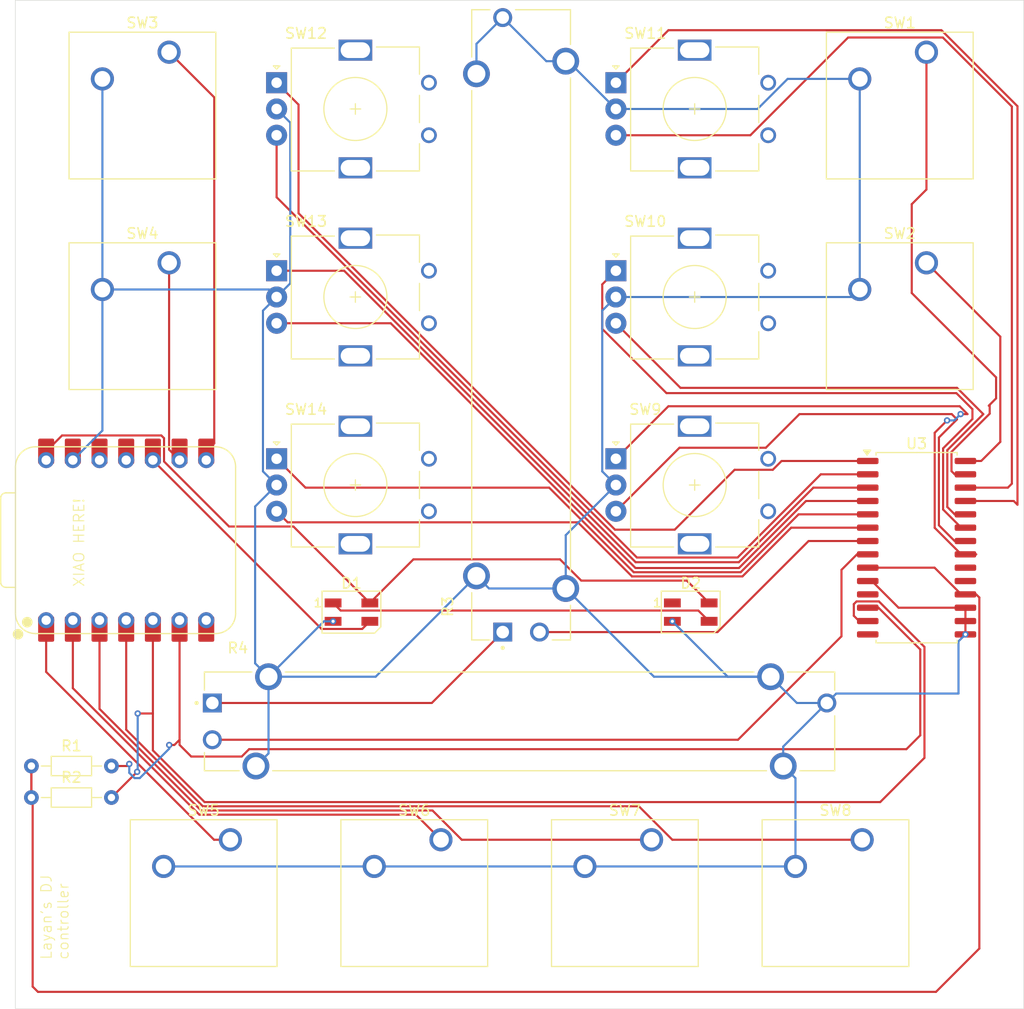
<source format=kicad_pcb>
(kicad_pcb (version 20240108) (generator "pcbnew") (generator_version "8.0")
  (layers (0 "F.Cu" signal) (31 "B.Cu" signal) (34 "B.Paste" user) (35 "F.Paste" user) (36 "B.SilkS" user "B.Silkscreen") (37 "F.SilkS" user "F.Silkscreen") (38 "B.Mask" user) (39 "F.Mask" user) (44 "Edge.Cuts" user))
  (net 0 "")
  (net 1 "Net-(D1-DOUT)")
  (net 2 "R9")
  (net 3 "GND")
  (net 4 "+5V")
  (net 6 "VCC")
  (net 7 "R8")
  (net 8 "R7")
  (net 9 "B0")
  (net 10 "B1")
  (net 11 "B2")
  (net 12 "B3")
  (net 13 "B4")
  (net 14 "B5")
  (net 15 "B6")
  (net 16 "B7")
  (net 17 "A1")
  (net 18 "A0")
  (net 19 "A2")
  (net 20 "A3")
  (net 21 "A4")
  (net 22 "A5")
  (net 23 "A6")
  (net 24 "A7")
  (net 25 "R0")
  (net 26 "R1")
  (net 27 "R2")
  (net 28 "R3")
  (net 32 "+3.3V")
  (net 33 "Net-(U1-GPIO7{slash}SCL)")
  (net 34 "Net-(U1-GPIO6{slash}SDA)")
  (footprint "OPL:SW_Cherry_MX_1.00u_PCB" (layer "F.Cu") (at 241.565 129.52)
    (property "Reference" "SW7" (at -2.54 -2.794 0) (layer "F.SilkS"))
    (property "Value" "SW_Push")
    (pad "" np_thru_hole circle (at -7.62 5.08) (size 1.7 1.7) (drill 1.7) (layers "*.Cu" "*.Mask"))
    (pad "" np_thru_hole circle (at -2.54 5.08) (size 4 4) (drill 4) (layers "*.Cu" "*.Mask"))
    (pad "" np_thru_hole circle (at 2.54 5.08) (size 1.7 1.7) (drill 1.7) (layers "*.Cu" "*.Mask"))
    (pad "1" thru_hole circle (at 0 0) (size 2.2 2.2) (drill 1.5) (layers "*.Cu" "*.Mask") (net 27 "R2"))
    (pad "2" thru_hole circle (at -6.35 2.54) (size 2.2 2.2) (drill 1.5) (layers "*.Cu" "*.Mask") (net 3 "GND"))
  )
  (footprint "OPL:SW_Cherry_MX_1.00u_PCB" (layer "F.Cu") (at 221.515 129.52)
    (property "Reference" "SW6" (at -2.54 -2.794 0) (layer "F.SilkS"))
    (property "Value" "SW_Push")
    (pad "" np_thru_hole circle (at -7.62 5.08) (size 1.7 1.7) (drill 1.7) (layers "*.Cu" "*.Mask"))
    (pad "" np_thru_hole circle (at -2.54 5.08) (size 4 4) (drill 4) (layers "*.Cu" "*.Mask"))
    (pad "" np_thru_hole circle (at 2.54 5.08) (size 1.7 1.7) (drill 1.7) (layers "*.Cu" "*.Mask"))
    (pad "1" thru_hole circle (at 0 0) (size 2.2 2.2) (drill 1.5) (layers "*.Cu" "*.Mask") (net 26 "R1"))
    (pad "2" thru_hole circle (at -6.35 2.54) (size 2.2 2.2) (drill 1.5) (layers "*.Cu" "*.Mask") (net 3 "GND"))
  )
  (footprint "Resistor_THT:R_Axial_DIN0204_L3.6mm_D1.6mm_P7.62mm_Horizontal" (layer "F.Cu") (at 182.525 125.5)
    (property "Reference" "R2" (at 3.81 -1.92 0) (layer "F.SilkS"))
    (property "Value" "R")
    (pad "1" thru_hole circle (at 0 0) (size 1.4 1.4) (drill 0.7) (layers "*.Cu" "*.Mask") (net 32 "+3.3V"))
    (pad "2" thru_hole oval (at 7.62 0) (size 1.4 1.4) (drill 0.7) (layers "*.Cu" "*.Mask") (net 34 "Net-(U1-GPIO6{slash}SDA)"))
  )
  (footprint "OPL:RotaryEncoder_Alps_EC11E_Vertical_H20mm" (layer "F.Cu") (at 205.87 93.25)
    (property "Reference" "SW14" (at 2.8 -4.7 0) (layer "F.SilkS"))
    (property "Value" "RotaryEncoder")
    (pad "" thru_hole circle (at 14.5 0) (size 1.5 1.5) (drill 1) (layers "*.Cu" "*.Mask"))
    (pad "" thru_hole circle (at 14.5 5) (size 1.5 1.5) (drill 1) (layers "*.Cu" "*.Mask"))
    (pad "A" thru_hole rect (at 0 0) (size 2 2) (drill 1) (layers "*.Cu" "*.Mask") (net 13 "B4"))
    (pad "B" thru_hole circle (at 0 5) (size 2 2) (drill 1) (layers "*.Cu" "*.Mask") (net 14 "B5"))
    (pad "C" thru_hole circle (at 0 2.5) (size 2 2) (drill 1) (layers "*.Cu" "*.Mask") (net 3 "GND"))
    (pad "MP" thru_hole rect (at 7.5 -3.1) (size 3.2 2) (drill oval 2.8 1.5) (layers "*.Cu" "*.Mask"))
    (pad "MP" thru_hole rect (at 7.5 8.1) (size 3.2 2) (drill oval 2.8 1.5) (layers "*.Cu" "*.Mask"))
  )
  (footprint "Resistor_THT:R_Axial_DIN0204_L3.6mm_D1.6mm_P7.62mm_Horizontal" (layer "F.Cu") (at 182.525 122.5)
    (property "Reference" "R1" (at 3.81 -1.92 0) (layer "F.SilkS"))
    (property "Value" "R")
    (pad "1" thru_hole circle (at 0 0) (size 1.4 1.4) (drill 0.7) (layers "*.Cu" "*.Mask") (net 32 "+3.3V"))
    (pad "2" thru_hole oval (at 7.62 0) (size 1.4 1.4) (drill 0.7) (layers "*.Cu" "*.Mask") (net 33 "Net-(U1-GPIO7{slash}SCL)"))
  )
  (footprint "OPL:TRIM_PTA4543-2015DPA103" (layer "F.Cu") (at 229.145 80.5 90)
    (property "Reference" "R3" (at -26.825 -6.985 90) (layer "F.SilkS"))
    (property "Value" "PTA4543-2015DPA103")
    (pad "1" thru_hole rect (at -29.25 -1.75 90) (size 1.8 1.8) (drill 1.2) (layers "*.Cu" "*.Mask") (net 6 "VCC"))
    (pad "2" thru_hole circle (at -29.25 1.75 90) (size 1.8 1.8) (drill 1.2) (layers "*.Cu" "*.Mask") (net 15 "B6"))
    (pad "3" thru_hole circle (at 29.25 -1.75 90) (size 1.8 1.8) (drill 1.2) (layers "*.Cu" "*.Mask") (net 3 "GND"))
    (pad "SH1" thru_hole circle (at -23.9 -4.25 90) (size 2.55 2.55) (drill 1.7) (layers "*.Cu" "*.Mask") (net 3 "GND"))
    (pad "SH2" thru_hole circle (at -25.1 4.25 90) (size 2.55 2.55) (drill 1.7) (layers "*.Cu" "*.Mask") (net 3 "GND"))
    (pad "SH3" thru_hole circle (at 23.9 -4.25 90) (size 2.55 2.55) (drill 1.7) (layers "*.Cu" "*.Mask") (net 3 "GND"))
    (pad "SH4" thru_hole circle (at 25.1 4.25 90) (size 2.55 2.55) (drill 1.7) (layers "*.Cu" "*.Mask") (net 3 "GND"))
  )
  (footprint "OPL:SW_Cherry_MX_1.00u_PCB" (layer "F.Cu") (at 261.615 129.52)
    (property "Reference" "SW8" (at -2.54 -2.794 0) (layer "F.SilkS"))
    (property "Value" "SW_Push")
    (pad "" np_thru_hole circle (at -7.62 5.08) (size 1.7 1.7) (drill 1.7) (layers "*.Cu" "*.Mask"))
    (pad "" np_thru_hole circle (at -2.54 5.08) (size 4 4) (drill 4) (layers "*.Cu" "*.Mask"))
    (pad "" np_thru_hole circle (at 2.54 5.08) (size 1.7 1.7) (drill 1.7) (layers "*.Cu" "*.Mask"))
    (pad "1" thru_hole circle (at 0 0) (size 2.2 2.2) (drill 1.5) (layers "*.Cu" "*.Mask") (net 28 "R3"))
    (pad "2" thru_hole circle (at -6.35 2.54) (size 2.2 2.2) (drill 1.5) (layers "*.Cu" "*.Mask") (net 3 "GND"))
  )
  (footprint "OPL:RotaryEncoder_Alps_EC11E_Vertical_H20mm" (layer "F.Cu") (at 238.17 93.25)
    (property "Reference" "SW9" (at 2.8 -4.7 0) (layer "F.SilkS"))
    (property "Value" "RotaryEncoder")
    (pad "" thru_hole circle (at 14.5 0) (size 1.5 1.5) (drill 1) (layers "*.Cu" "*.Mask"))
    (pad "" thru_hole circle (at 14.5 5) (size 1.5 1.5) (drill 1) (layers "*.Cu" "*.Mask"))
    (pad "A" thru_hole rect (at 0 0) (size 2 2) (drill 1) (layers "*.Cu" "*.Mask") (net 18 "A0"))
    (pad "B" thru_hole circle (at 0 5) (size 2 2) (drill 1) (layers "*.Cu" "*.Mask") (net 17 "A1"))
    (pad "C" thru_hole circle (at 0 2.5) (size 2 2) (drill 1) (layers "*.Cu" "*.Mask") (net 3 "GND"))
    (pad "MP" thru_hole rect (at 7.5 -3.1) (size 3.2 2) (drill oval 2.8 1.5) (layers "*.Cu" "*.Mask"))
    (pad "MP" thru_hole rect (at 7.5 8.1) (size 3.2 2) (drill oval 2.8 1.5) (layers "*.Cu" "*.Mask"))
  )
  (footprint "OPL:TRIM_PTA4543-2015DPA103" (layer "F.Cu") (at 229 118.25)
    (property "Reference" "R4" (at -26.825 -6.985 0) (layer "F.SilkS"))
    (property "Value" "PTA4543-2015DPA103")
    (pad "1" thru_hole rect (at -29.25 -1.75) (size 1.8 1.8) (drill 1.2) (layers "*.Cu" "*.Mask") (net 6 "VCC"))
    (pad "2" thru_hole circle (at -29.25 1.75) (size 1.8 1.8) (drill 1.2) (layers "*.Cu" "*.Mask") (net 16 "B7"))
    (pad "3" thru_hole circle (at 29.25 -1.75) (size 1.8 1.8) (drill 1.2) (layers "*.Cu" "*.Mask") (net 3 "GND"))
    (pad "SH1" thru_hole circle (at -23.9 -4.25) (size 2.55 2.55) (drill 1.7) (layers "*.Cu" "*.Mask") (net 3 "GND"))
    (pad "SH2" thru_hole circle (at -25.1 4.25) (size 2.55 2.55) (drill 1.7) (layers "*.Cu" "*.Mask") (net 3 "GND"))
    (pad "SH3" thru_hole circle (at 23.9 -4.25) (size 2.55 2.55) (drill 1.7) (layers "*.Cu" "*.Mask") (net 3 "GND"))
    (pad "SH4" thru_hole circle (at 25.1 4.25) (size 2.55 2.55) (drill 1.7) (layers "*.Cu" "*.Mask") (net 3 "GND"))
  )
  (footprint "OPL:SW_Cherry_MX_1.00u_PCB" (layer "F.Cu") (at 195.635 74.595)
    (property "Reference" "SW4" (at -2.54 -2.794 0) (layer "F.SilkS"))
    (property "Value" "SW_Push")
    (pad "" np_thru_hole circle (at -7.62 5.08) (size 1.7 1.7) (drill 1.7) (layers "*.Cu" "*.Mask"))
    (pad "" np_thru_hole circle (at -2.54 5.08) (size 4 4) (drill 4) (layers "*.Cu" "*.Mask"))
    (pad "" np_thru_hole circle (at 2.54 5.08) (size 1.7 1.7) (drill 1.7) (layers "*.Cu" "*.Mask"))
    (pad "1" thru_hole circle (at 0 0) (size 2.2 2.2) (drill 1.5) (layers "*.Cu" "*.Mask") (net 7 "R8"))
    (pad "2" thru_hole circle (at -6.35 2.54) (size 2.2 2.2) (drill 1.5) (layers "*.Cu" "*.Mask") (net 3 "GND"))
  )
  (footprint "OPL:LED_SK6812MINI_PLCC4_3.5x3.5mm_P1.75mm" (layer "F.Cu") (at 212.995 107.85)
    (property "Reference" "D1" (at 0 -2.75 0) (layer "F.SilkS"))
    (property "Value" "SK6812MINI")
    (fp_text user "1" (at -3.2 -0.875 0) (layer "F.SilkS") (effects (font (size 0.8 0.8))))
    (pad "1" smd rect (at -1.75 -0.875) (size 1.6 0.85) (layers "F.Cu" "F.Paste" "F.Mask") (net 1 "Net-(D1-DOUT)"))
    (pad "2" smd rect (at -1.75 0.875) (size 1.6 0.85) (layers "F.Cu" "F.Paste" "F.Mask") (net 3 "GND"))
    (pad "3" smd rect (at 1.75 0.875) (size 1.6 0.85) (layers "F.Cu" "F.Paste" "F.Mask") (net 2 "R9"))
    (pad "4" smd rect (at 1.75 -0.875) (size 1.6 0.85) (layers "F.Cu" "F.Paste" "F.Mask") (net 4 "+5V"))
  )
  (footprint "Package_SO:SOIC-28W_7.5x17.9mm_P1.27mm" (layer "F.Cu") (at 266.795 101.715)
    (property "Reference" "U3" (at 0 -9.9 0) (layer "F.SilkS"))
    (property "Value" "MCP23017_SO")
    (pad "1" smd roundrect (at -4.65 -8.255) (size 2.05 0.6) (layers "F.Cu" "F.Paste" "F.Mask") (net 9 "B0"))
    (pad "2" smd roundrect (at -4.65 -6.985) (size 2.05 0.6) (layers "F.Cu" "F.Paste" "F.Mask") (net 10 "B1"))
    (pad "3" smd roundrect (at -4.65 -5.715) (size 2.05 0.6) (layers "F.Cu" "F.Paste" "F.Mask") (net 11 "B2"))
    (pad "4" smd roundrect (at -4.65 -4.445) (size 2.05 0.6) (layers "F.Cu" "F.Paste" "F.Mask") (net 12 "B3"))
    (pad "5" smd roundrect (at -4.65 -3.175) (size 2.05 0.6) (layers "F.Cu" "F.Paste" "F.Mask") (net 13 "B4"))
    (pad "6" smd roundrect (at -4.65 -1.905) (size 2.05 0.6) (layers "F.Cu" "F.Paste" "F.Mask") (net 14 "B5"))
    (pad "7" smd roundrect (at -4.65 -0.635) (size 2.05 0.6) (layers "F.Cu" "F.Paste" "F.Mask") (net 15 "B6"))
    (pad "8" smd roundrect (at -4.65 0.635) (size 2.05 0.6) (layers "F.Cu" "F.Paste" "F.Mask") (net 16 "B7"))
    (pad "9" smd roundrect (at -4.65 1.905) (size 2.05 0.6) (layers "F.Cu" "F.Paste" "F.Mask") (net 32 "+3.3V"))
    (pad "10" smd roundrect (at -4.65 3.175) (size 2.05 0.6) (layers "F.Cu" "F.Paste" "F.Mask") (net 3 "GND"))
    (pad "11" smd roundrect (at -4.65 4.445) (size 2.05 0.6) (layers "F.Cu" "F.Paste" "F.Mask"))
    (pad "12" smd roundrect (at -4.65 5.715) (size 2.05 0.6) (layers "F.Cu" "F.Paste" "F.Mask") (net 33 "Net-(U1-GPIO7{slash}SCL)"))
    (pad "13" smd roundrect (at -4.65 6.985) (size 2.05 0.6) (layers "F.Cu" "F.Paste" "F.Mask") (net 34 "Net-(U1-GPIO6{slash}SDA)"))
    (pad "14" smd roundrect (at -4.65 8.255) (size 2.05 0.6) (layers "F.Cu" "F.Paste" "F.Mask"))
    (pad "15" smd roundrect (at 4.65 8.255) (size 2.05 0.6) (layers "F.Cu" "F.Paste" "F.Mask") (net 3 "GND"))
    (pad "16" smd roundrect (at 4.65 6.985) (size 2.05 0.6) (layers "F.Cu" "F.Paste" "F.Mask") (net 3 "GND"))
    (pad "17" smd roundrect (at 4.65 5.715) (size 2.05 0.6) (layers "F.Cu" "F.Paste" "F.Mask") (net 3 "GND"))
    (pad "18" smd roundrect (at 4.65 4.445) (size 2.05 0.6) (layers "F.Cu" "F.Paste" "F.Mask") (net 32 "+3.3V"))
    (pad "19" smd roundrect (at 4.65 3.175) (size 2.05 0.6) (layers "F.Cu" "F.Paste" "F.Mask"))
    (pad "20" smd roundrect (at 4.65 1.905) (size 2.05 0.6) (layers "F.Cu" "F.Paste" "F.Mask"))
    (pad "21" smd roundrect (at 4.65 0.635) (size 2.05 0.6) (layers "F.Cu" "F.Paste" "F.Mask") (net 18 "A0"))
    (pad "22" smd roundrect (at 4.65 -0.635) (size 2.05 0.6) (layers "F.Cu" "F.Paste" "F.Mask") (net 17 "A1"))
    (pad "23" smd roundrect (at 4.65 -1.905) (size 2.05 0.6) (layers "F.Cu" "F.Paste" "F.Mask") (net 19 "A2"))
    (pad "24" smd roundrect (at 4.65 -3.175) (size 2.05 0.6) (layers "F.Cu" "F.Paste" "F.Mask") (net 20 "A3"))
    (pad "25" smd roundrect (at 4.65 -4.445) (size 2.05 0.6) (layers "F.Cu" "F.Paste" "F.Mask") (net 21 "A4"))
    (pad "26" smd roundrect (at 4.65 -5.715) (size 2.05 0.6) (layers "F.Cu" "F.Paste" "F.Mask") (net 22 "A5"))
    (pad "27" smd roundrect (at 4.65 -6.985) (size 2.05 0.6) (layers "F.Cu" "F.Paste" "F.Mask") (net 23 "A6"))
    (pad "28" smd roundrect (at 4.65 -8.255) (size 2.05 0.6) (layers "F.Cu" "F.Paste" "F.Mask") (net 24 "A7"))
  )
  (footprint "OPL:SW_Cherry_MX_1.00u_PCB" (layer "F.Cu") (at 267.735 54.545)
    (property "Reference" "SW1" (at -2.54 -2.794 0) (layer "F.SilkS"))
    (property "Value" "SW_Push")
    (pad "" np_thru_hole circle (at -7.62 5.08) (size 1.7 1.7) (drill 1.7) (layers "*.Cu" "*.Mask"))
    (pad "" np_thru_hole circle (at -2.54 5.08) (size 4 4) (drill 4) (layers "*.Cu" "*.Mask"))
    (pad "" np_thru_hole circle (at 2.54 5.08) (size 1.7 1.7) (drill 1.7) (layers "*.Cu" "*.Mask"))
    (pad "1" thru_hole circle (at 0 0) (size 2.2 2.2) (drill 1.5) (layers "*.Cu" "*.Mask") (net 23 "A6"))
    (pad "2" thru_hole circle (at -6.35 2.54) (size 2.2 2.2) (drill 1.5) (layers "*.Cu" "*.Mask") (net 3 "GND"))
  )
  (footprint "OPL:SW_Cherry_MX_1.00u_PCB" (layer "F.Cu") (at 201.465 129.52)
    (property "Reference" "SW5" (at -2.54 -2.794 0) (layer "F.SilkS"))
    (property "Value" "SW_Push")
    (pad "" np_thru_hole circle (at -7.62 5.08) (size 1.7 1.7) (drill 1.7) (layers "*.Cu" "*.Mask"))
    (pad "" np_thru_hole circle (at -2.54 5.08) (size 4 4) (drill 4) (layers "*.Cu" "*.Mask"))
    (pad "" np_thru_hole circle (at 2.54 5.08) (size 1.7 1.7) (drill 1.7) (layers "*.Cu" "*.Mask"))
    (pad "1" thru_hole circle (at 0 0) (size 2.2 2.2) (drill 1.5) (layers "*.Cu" "*.Mask") (net 25 "R0"))
    (pad "2" thru_hole circle (at -6.35 2.54) (size 2.2 2.2) (drill 1.5) (layers "*.Cu" "*.Mask") (net 3 "GND"))
  )
  (footprint "OPL:SW_Cherry_MX_1.00u_PCB" (layer "F.Cu") (at 267.735 74.595)
    (property "Reference" "SW2" (at -2.54 -2.794 0) (layer "F.SilkS"))
    (property "Value" "SW_Push")
    (pad "" np_thru_hole circle (at -7.62 5.08) (size 1.7 1.7) (drill 1.7) (layers "*.Cu" "*.Mask"))
    (pad "" np_thru_hole circle (at -2.54 5.08) (size 4 4) (drill 4) (layers "*.Cu" "*.Mask"))
    (pad "" np_thru_hole circle (at 2.54 5.08) (size 1.7 1.7) (drill 1.7) (layers "*.Cu" "*.Mask"))
    (pad "1" thru_hole circle (at 0 0) (size 2.2 2.2) (drill 1.5) (layers "*.Cu" "*.Mask") (net 24 "A7"))
    (pad "2" thru_hole circle (at -6.35 2.54) (size 2.2 2.2) (drill 1.5) (layers "*.Cu" "*.Mask") (net 3 "GND"))
  )
  (footprint "OPL:RotaryEncoder_Alps_EC11E_Vertical_H20mm" (layer "F.Cu") (at 238.17 57.45)
    (property "Reference" "SW11" (at 2.8 -4.7 0) (layer "F.SilkS"))
    (property "Value" "RotaryEncoder")
    (pad "" thru_hole circle (at 14.5 0) (size 1.5 1.5) (drill 1) (layers "*.Cu" "*.Mask"))
    (pad "" thru_hole circle (at 14.5 5) (size 1.5 1.5) (drill 1) (layers "*.Cu" "*.Mask"))
    (pad "A" thru_hole rect (at 0 0) (size 2 2) (drill 1) (layers "*.Cu" "*.Mask") (net 21 "A4"))
    (pad "B" thru_hole circle (at 0 5) (size 2 2) (drill 1) (layers "*.Cu" "*.Mask") (net 22 "A5"))
    (pad "C" thru_hole circle (at 0 2.5) (size 2 2) (drill 1) (layers "*.Cu" "*.Mask") (net 3 "GND"))
    (pad "MP" thru_hole rect (at 7.5 -3.1) (size 3.2 2) (drill oval 2.8 1.5) (layers "*.Cu" "*.Mask"))
    (pad "MP" thru_hole rect (at 7.5 8.1) (size 3.2 2) (drill oval 2.8 1.5) (layers "*.Cu" "*.Mask"))
  )
  (footprint "OPL:RotaryEncoder_Alps_EC11E_Vertical_H20mm" (layer "F.Cu") (at 205.87 57.45)
    (property "Reference" "SW12" (at 2.8 -4.7 0) (layer "F.SilkS"))
    (property "Value" "RotaryEncoder")
    (pad "" thru_hole circle (at 14.5 0) (size 1.5 1.5) (drill 1) (layers "*.Cu" "*.Mask"))
    (pad "" thru_hole circle (at 14.5 5) (size 1.5 1.5) (drill 1) (layers "*.Cu" "*.Mask"))
    (pad "A" thru_hole rect (at 0 0) (size 2 2) (drill 1) (layers "*.Cu" "*.Mask") (net 9 "B0"))
    (pad "B" thru_hole circle (at 0 5) (size 2 2) (drill 1) (layers "*.Cu" "*.Mask") (net 10 "B1"))
    (pad "C" thru_hole circle (at 0 2.5) (size 2 2) (drill 1) (layers "*.Cu" "*.Mask") (net 3 "GND"))
    (pad "MP" thru_hole rect (at 7.5 -3.1) (size 3.2 2) (drill oval 2.8 1.5) (layers "*.Cu" "*.Mask"))
    (pad "MP" thru_hole rect (at 7.5 8.1) (size 3.2 2) (drill oval 2.8 1.5) (layers "*.Cu" "*.Mask"))
  )
  (footprint "OPL:XIAO-RP2040-DIP" (layer "F.Cu") (at 191.5505 101 90)
    (property "Reference" "U1" (hide yes))
    (property "Value" "XIAO-RP2040-DIP")
    (pad "1" smd roundrect (at -8.455 -7.62 270) (size 2.432 1.524) (layers "F.Cu" "F.Mask") (roundrect_rratio 0.1) (net 25 "R0"))
    (pad "1" thru_hole circle (at -7.62 -7.62 270) (size 1.524 1.524) (drill 0.889) (layers "*.Cu" "*.Mask") (net 25 "R0"))
    (pad "2" smd roundrect (at -8.455 -5.08 270) (size 2.432 1.524) (layers "F.Cu" "F.Mask") (roundrect_rratio 0.1) (net 26 "R1"))
    (pad "2" thru_hole circle (at -7.62 -5.08 270) (size 1.524 1.524) (drill 0.889) (layers "*.Cu" "*.Mask") (net 26 "R1"))
    (pad "3" smd roundrect (at -8.455 -2.54 270) (size 2.432 1.524) (layers "F.Cu" "F.Mask") (roundrect_rratio 0.1) (net 27 "R2"))
    (pad "3" thru_hole circle (at -7.62 -2.54 270) (size 1.524 1.524) (drill 0.889) (layers "*.Cu" "*.Mask") (net 27 "R2"))
    (pad "4" smd roundrect (at -8.455 0 270) (size 2.432 1.524) (layers "F.Cu" "F.Mask") (roundrect_rratio 0.1) (net 28 "R3"))
    (pad "4" thru_hole circle (at -7.62 0 270) (size 1.524 1.524) (drill 0.889) (layers "*.Cu" "*.Mask") (net 28 "R3"))
    (pad "5" smd roundrect (at -8.455 2.54 270) (size 2.432 1.524) (layers "F.Cu" "F.Mask") (roundrect_rratio 0.1) (net 34 "Net-(U1-GPIO6{slash}SDA)"))
    (pad "5" thru_hole circle (at -7.62 2.54 270) (size 1.524 1.524) (drill 0.889) (layers "*.Cu" "*.Mask") (net 34 "Net-(U1-GPIO6{slash}SDA)"))
    (pad "6" smd roundrect (at -8.455 5.08 270) (size 2.432 1.524) (layers "F.Cu" "F.Mask") (roundrect_rratio 0.1) (net 33 "Net-(U1-GPIO7{slash}SCL)"))
    (pad "6" thru_hole circle (at -7.62 5.08 270) (size 1.524 1.524) (drill 0.889) (layers "*.Cu" "*.Mask") (net 33 "Net-(U1-GPIO7{slash}SCL)"))
    (pad "7" smd roundrect (at -8.455 7.62 270) (size 2.432 1.524) (layers "F.Cu" "F.Mask") (roundrect_rratio 0.1))
    (pad "7" thru_hole circle (at -7.62 7.62 270) (size 1.524 1.524) (drill 0.889) (layers "*.Cu" "*.Mask"))
    (pad "8" thru_hole circle (at 7.62 7.62 90) (size 1.524 1.524) (drill 0.889) (layers "*.Cu" "*.Mask") (net 8 "R7"))
    (pad "8" smd roundrect (at 8.455 7.62 90) (size 2.432 1.524) (layers "F.Cu" "F.Mask") (roundrect_rratio 0.1) (net 8 "R7"))
    (pad "9" thru_hole circle (at 7.62 5.08 90) (size 1.524 1.524) (drill 0.889) (layers "*.Cu" "*.Mask") (net 7 "R8"))
    (pad "9" smd roundrect (at 8.455 5.08 90) (size 2.432 1.524) (layers "F.Cu" "F.Mask") (roundrect_rratio 0.1) (net 7 "R8"))
    (pad "10" thru_hole circle (at 7.62 2.54 90) (size 1.524 1.524) (drill 0.889) (layers "*.Cu" "*.Mask") (net 2 "R9"))
    (pad "10" smd roundrect (at 8.455 2.54 90) (size 2.432 1.524) (layers "F.Cu" "F.Mask") (roundrect_rratio 0.1) (net 2 "R9"))
    (pad "11" thru_hole circle (at 7.62 0 90) (size 1.524 1.524) (drill 0.889) (layers "*.Cu" "*.Mask"))
    (pad "11" smd roundrect (at 8.455 0 90) (size 2.432 1.524) (layers "F.Cu" "F.Mask") (roundrect_rratio 0.1))
    (pad "12" thru_hole circle (at 7.62 -2.54 90) (size 1.524 1.524) (drill 0.889) (layers "*.Cu" "*.Mask"))
    (pad "12" smd roundrect (at 8.455 -2.54 90) (size 2.432 1.524) (layers "F.Cu" "F.Mask") (roundrect_rratio 0.1))
    (pad "13" thru_hole circle (at 7.62 -5.08 90) (size 1.524 1.524) (drill 0.889) (layers "*.Cu" "*.Mask") (net 3 "GND"))
    (pad "13" smd roundrect (at 8.455 -5.08 90) (size 2.432 1.524) (layers "F.Cu" "F.Mask") (roundrect_rratio 0.1) (net 3 "GND"))
    (pad "14" thru_hole circle (at 7.62 -7.62 90) (size 1.524 1.524) (drill 0.889) (layers "*.Cu" "*.Mask") (net 4 "+5V"))
    (pad "14" smd roundrect (at 8.455 -7.62 90) (size 2.432 1.524) (layers "F.Cu" "F.Mask") (roundrect_rratio 0.1) (net 4 "+5V"))
  )
  (footprint "OPL:RotaryEncoder_Alps_EC11E_Vertical_H20mm" (layer "F.Cu") (at 205.87 75.35)
    (property "Reference" "SW13" (at 2.8 -4.7 0) (layer "F.SilkS"))
    (property "Value" "RotaryEncoder")
    (pad "" thru_hole circle (at 14.5 0) (size 1.5 1.5) (drill 1) (layers "*.Cu" "*.Mask"))
    (pad "" thru_hole circle (at 14.5 5) (size 1.5 1.5) (drill 1) (layers "*.Cu" "*.Mask"))
    (pad "A" thru_hole rect (at 0 0) (size 2 2) (drill 1) (layers "*.Cu" "*.Mask") (net 11 "B2"))
    (pad "B" thru_hole circle (at 0 5) (size 2 2) (drill 1) (layers "*.Cu" "*.Mask") (net 12 "B3"))
    (pad "C" thru_hole circle (at 0 2.5) (size 2 2) (drill 1) (layers "*.Cu" "*.Mask") (net 3 "GND"))
    (pad "MP" thru_hole rect (at 7.5 -3.1) (size 3.2 2) (drill oval 2.8 1.5) (layers "*.Cu" "*.Mask"))
    (pad "MP" thru_hole rect (at 7.5 8.1) (size 3.2 2) (drill oval 2.8 1.5) (layers "*.Cu" "*.Mask"))
  )
  (footprint "OPL:SW_Cherry_MX_1.00u_PCB" (layer "F.Cu") (at 195.635 54.545)
    (property "Reference" "SW3" (at -2.54 -2.794 0) (layer "F.SilkS"))
    (property "Value" "SW_Push")
    (pad "" np_thru_hole circle (at -7.62 5.08) (size 1.7 1.7) (drill 1.7) (layers "*.Cu" "*.Mask"))
    (pad "" np_thru_hole circle (at -2.54 5.08) (size 4 4) (drill 4) (layers "*.Cu" "*.Mask"))
    (pad "" np_thru_hole circle (at 2.54 5.08) (size 1.7 1.7) (drill 1.7) (layers "*.Cu" "*.Mask"))
    (pad "1" thru_hole circle (at 0 0) (size 2.2 2.2) (drill 1.5) (layers "*.Cu" "*.Mask") (net 8 "R7"))
    (pad "2" thru_hole circle (at -6.35 2.54) (size 2.2 2.2) (drill 1.5) (layers "*.Cu" "*.Mask") (net 3 "GND"))
  )
  (footprint "OPL:RotaryEncoder_Alps_EC11E_Vertical_H20mm" (layer "F.Cu") (at 238.17 75.35)
    (property "Reference" "SW10" (at 2.8 -4.7 0) (layer "F.SilkS"))
    (property "Value" "RotaryEncoder")
    (pad "" thru_hole circle (at 14.5 0) (size 1.5 1.5) (drill 1) (layers "*.Cu" "*.Mask"))
    (pad "" thru_hole circle (at 14.5 5) (size 1.5 1.5) (drill 1) (layers "*.Cu" "*.Mask"))
    (pad "A" thru_hole rect (at 0 0) (size 2 2) (drill 1) (layers "*.Cu" "*.Mask") (net 19 "A2"))
    (pad "B" thru_hole circle (at 0 5) (size 2 2) (drill 1) (layers "*.Cu" "*.Mask") (net 20 "A3"))
    (pad "C" thru_hole circle (at 0 2.5) (size 2 2) (drill 1) (layers "*.Cu" "*.Mask") (net 3 "GND"))
    (pad "MP" thru_hole rect (at 7.5 -3.1) (size 3.2 2) (drill oval 2.8 1.5) (layers "*.Cu" "*.Mask"))
    (pad "MP" thru_hole rect (at 7.5 8.1) (size 3.2 2) (drill oval 2.8 1.5) (layers "*.Cu" "*.Mask"))
  )
  (footprint "OPL:LED_SK6812MINI_PLCC4_3.5x3.5mm_P1.75mm" (layer "F.Cu") (at 245.295 107.85)
    (property "Reference" "D2" (at 0 -2.75 0) (layer "F.SilkS"))
    (property "Value" "SK6812MINI")
    (fp_text user "1" (at -3.2 -0.875 0) (layer "F.SilkS") (effects (font (size 0.8 0.8))))
    (pad "1" smd rect (at -1.75 -0.875) (size 1.6 0.85) (layers "F.Cu" "F.Paste" "F.Mask"))
    (pad "2" smd rect (at -1.75 0.875) (size 1.6 0.85) (layers "F.Cu" "F.Paste" "F.Mask") (net 3 "GND"))
    (pad "3" smd rect (at 1.75 0.875) (size 1.6 0.85) (layers "F.Cu" "F.Paste" "F.Mask") (net 1 "Net-(D1-DOUT)"))
    (pad "4" smd rect (at 1.75 -0.875) (size 1.6 0.85) (layers "F.Cu" "F.Paste" "F.Mask") (net 4 "+5V"))
  )
  (gr_rect (start 181 49.6) (end 277 145.6) (stroke (width 0.05)) (fill none) (layer "Edge.Cuts"))
  (gr_text "XIAO HERE!" (at 187.645 105.5 90) (layer "F.SilkS") (effects (font (size 1 1) (thickness 0.1)) (justify left bottom)))
  (gr_text "Layan's DJ\ncontroller" (at 186.145 141 90) (layer "F.SilkS") (effects (font (size 1 1) (thickness 0.1)) (justify left bottom)))
  (segment (start 211.97 107.7) (end 211.245 106.975) (width 0.2) (layer "F.Cu") (net 1))
  (segment (start 247.045 108.725) (end 246.02 107.7) (width 0.2) (layer "F.Cu") (net 1))
  (segment (start 246.02 107.7) (end 211.97 107.7) (width 0.2) (layer "F.Cu") (net 1))
  (segment (start 214.02 109.45) (end 210.145 109.45) (width 0.2) (layer "F.Cu") (net 2))
  (segment (start 194.0905 93.3955) (end 194.0905 93.38) (width 0.2) (layer "F.Cu") (net 2))
  (segment (start 210.145 109.45) (end 194.0905 93.3955) (width 0.2) (layer "F.Cu") (net 2))
  (segment (start 214.745 108.725) (end 214.02 109.45) (width 0.2) (layer "F.Cu") (net 2))
  (segment (start 265.080552 107.43) (end 262.540552 104.89) (width 0.2) (layer "F.Cu") (net 3))
  (segment (start 271.445 108.7) (end 271.445 107.43) (width 0.2) (layer "F.Cu") (net 3))
  (segment (start 271.445 107.43) (end 265.080552 107.43) (width 0.2) (layer "F.Cu") (net 3))
  (segment (start 271.445 109.97) (end 271.445 108.7) (width 0.2) (layer "F.Cu") (net 3))
  (segment (start 262.540552 104.89) (end 262.145 104.89) (width 0.2) (layer "F.Cu") (net 3))
  (via (at 211.245 108.725) (size 0.6) (drill 0.3) (layers "F.Cu" "B.Cu") (net 3))
  (via (at 271.445 109.97) (size 0.6) (drill 0.3) (layers "F.Cu" "B.Cu") (net 3))
  (via (at 243.545 108.725) (size 0.6) (drill 0.3) (layers "F.Cu" "B.Cu") (net 3))
  (segment (start 261.385 57.085) (end 254.519925 57.085) (width 0.2) (layer "B.Cu") (net 3))
  (segment (start 215.165 132.06) (end 235.215 132.06) (width 0.2) (layer "B.Cu") (net 3))
  (segment (start 259.15 115.6) (end 270.785 115.6) (width 0.2) (layer "B.Cu") (net 3))
  (segment (start 195.115 132.06) (end 215.165 132.06) (width 0.2) (layer "B.Cu") (net 3))
  (segment (start 224.895 104.4) (end 215.295 114) (width 0.2) (layer "B.Cu") (net 3))
  (segment (start 270.785 115.6) (end 270.785 110.63) (width 0.2) (layer "B.Cu") (net 3))
  (segment (start 203.825 112.725) (end 203.825 97.795) (width 0.2) (layer "B.Cu") (net 3))
  (segment (start 226.095 105.6) (end 224.895 104.4) (width 0.2) (layer "B.Cu") (net 3))
  (segment (start 233.395 105.6) (end 233.395 100.525) (width 0.2) (layer "B.Cu") (net 3))
  (segment (start 233.395 100.525) (end 238.17 95.75) (width 0.2) (layer "B.Cu") (net 3))
  (segment (start 255.265 132.06) (end 255.265 123.665) (width 0.2) (layer "B.Cu") (net 3))
  (segment (start 258.25 116.5) (end 259.15 115.6) (width 0.2) (layer "B.Cu") (net 3))
  (segment (start 238.17 59.95) (end 233.62 55.4) (width 0.2) (layer "B.Cu") (net 3))
  (segment (start 252.9 114) (end 241.795 114) (width 0.2) (layer "B.Cu") (net 3))
  (segment (start 189.285 77.135) (end 189.285 90.5655) (width 0.2) (layer "B.Cu") (net 3))
  (segment (start 189.285 77.135) (end 189.285 57.085) (width 0.2) (layer "B.Cu") (net 3))
  (segment (start 270.785 110.63) (end 271.445 109.97) (width 0.2) (layer "B.Cu") (net 3))
  (segment (start 205.1 114) (end 203.825 112.725) (width 0.2) (layer "B.Cu") (net 3))
  (segment (start 203.825 97.795) (end 205.87 95.75) (width 0.2) (layer "B.Cu") (net 3))
  (segment (start 254.519925 57.085) (end 251.654925 59.95) (width 0.2) (layer "B.Cu") (net 3))
  (segment (start 207.17 61.25) (end 205.87 59.95) (width 0.2) (layer "B.Cu") (net 3))
  (segment (start 251.654925 59.95) (end 238.17 59.95) (width 0.2) (layer "B.Cu") (net 3))
  (segment (start 205.87 77.85) (end 207.17 76.55) (width 0.2) (layer "B.Cu") (net 3))
  (segment (start 204.57 79.15) (end 205.87 77.85) (width 0.2) (layer "B.Cu") (net 3))
  (segment (start 205.87 77.85) (end 205.155 77.135) (width 0.2) (layer "B.Cu") (net 3))
  (segment (start 260.67 77.85) (end 261.385 77.135) (width 0.2) (layer "B.Cu") (net 3))
  (segment (start 207.17 76.55) (end 207.17 61.25) (width 0.2) (layer "B.Cu") (net 3))
  (segment (start 231.545 55.4) (end 227.395 51.25) (width 0.2) (layer "B.Cu") (net 3))
  (segment (start 254.1 122.5) (end 254.1 120.65) (width 0.2) (layer "B.Cu") (net 3))
  (segment (start 252.9 114) (end 248.82 114) (width 0.2) (layer "B.Cu") (net 3))
  (segment (start 224.895 53.75) (end 224.895 56.6) (width 0.2) (layer "B.Cu") (net 3))
  (segment (start 236.87 79.15) (end 238.17 77.85) (width 0.2) (layer "B.Cu") (net 3))
  (segment (start 227.395 51.25) (end 224.895 53.75) (width 0.2) (layer "B.Cu") (net 3))
  (segment (start 205.155 77.135) (end 189.285 77.135) (width 0.2) (layer "B.Cu") (net 3))
  (segment (start 238.17 95.75) (end 236.87 94.45) (width 0.2) (layer "B.Cu") (net 3))
  (segment (start 233.395 55.4) (end 231.545 55.4) (width 0.2) (layer "B.Cu") (net 3))
  (segment (start 205.87 95.75) (end 204.57 94.45) (width 0.2) (layer "B.Cu") (net 3))
  (segment (start 255.265 123.665) (end 254.1 122.5) (width 0.2) (layer "B.Cu") (net 3))
  (segment (start 241.795 114) (end 233.395 105.6) (width 0.2) (layer "B.Cu") (net 3))
  (segment (start 189.285 90.5655) (end 186.4705 93.38) (width 0.2) (layer "B.Cu") (net 3))
  (segment (start 238.17 77.85) (end 260.67 77.85) (width 0.2) (layer "B.Cu") (net 3))
  (segment (start 215.295 114) (end 205.1 114) (width 0.2) (layer "B.Cu") (net 3))
  (segment (start 235.215 132.06) (end 255.265 132.06) (width 0.2) (layer "B.Cu") (net 3))
  (segment (start 258.25 116.5) (end 255.4 116.5) (width 0.2) (layer "B.Cu") (net 3))
  (segment (start 204.57 94.45) (end 204.57 79.15) (width 0.2) (layer "B.Cu") (net 3))
  (segment (start 205.1 121.3) (end 203.9 122.5) (width 0.2) (layer "B.Cu") (net 3))
  (segment (start 210.375 108.725) (end 211.245 108.725) (width 0.2) (layer "B.Cu") (net 3))
  (segment (start 261.385 77.135) (end 261.385 57.085) (width 0.2) (layer "B.Cu") (net 3))
  (segment (start 254.1 120.65) (end 258.25 116.5) (width 0.2) (layer "B.Cu") (net 3))
  (segment (start 233.395 105.6) (end 226.095 105.6) (width 0.2) (layer "B.Cu") (net 3))
  (segment (start 205.1 114) (end 205.1 121.3) (width 0.2) (layer "B.Cu") (net 3))
  (segment (start 205.1 114) (end 210.375 108.725) (width 0.2) (layer "B.Cu") (net 3))
  (segment (start 255.4 116.5) (end 252.9 114) (width 0.2) (layer "B.Cu") (net 3))
  (segment (start 236.87 94.45) (end 236.87 79.15) (width 0.2) (layer "B.Cu") (net 3))
  (segment (start 248.82 114) (end 243.545 108.725) (width 0.2) (layer "B.Cu") (net 3))
  (segment (start 233.62 55.4) (end 233.395 55.4) (width 0.2) (layer "B.Cu") (net 3))
  (segment (start 195.1525 91.289786) (end 194.891714 91.029) (width 0.2) (layer "F.Cu") (net 4))
  (segment (start 214.745 106.975) (end 207.47 99.7) (width 0.2) (layer "F.Cu") (net 4))
  (segment (start 183.9305 92.545) (end 183.9305 93.38) (width 0.2) (layer "F.Cu") (net 4))
  (segment (start 194.891714 91.029) (end 185.4465 91.029) (width 0.2) (layer "F.Cu") (net 4))
  (segment (start 218.895 102.825) (end 214.745 106.975) (width 0.2) (layer "F.Cu") (net 4))
  (segment (start 244.92 104.85) (end 234.872387 104.85) (width 0.2) (layer "F.Cu") (net 4))
  (segment (start 185.4465 91.029) (end 183.9305 92.545) (width 0.2) (layer "F.Cu") (net 4))
  (segment (start 234.872387 104.85) (end 232.847387 102.825) (width 0.2) (layer "F.Cu") (net 4))
  (segment (start 201.345 99.7) (end 195.1525 93.5075) (width 0.2) (layer "F.Cu") (net 4))
  (segment (start 232.847387 102.825) (end 218.895 102.825) (width 0.2) (layer "F.Cu") (net 4))
  (segment (start 247.045 106.975) (end 244.92 104.85) (width 0.2) (layer "F.Cu") (net 4))
  (segment (start 207.47 99.7) (end 201.345 99.7) (width 0.2) (layer "F.Cu") (net 4))
  (segment (start 195.1525 93.5075) (end 195.1525 91.289786) (width 0.2) (layer "F.Cu") (net 4))
  (segment (start 199.75 116.5) (end 220.645 116.5) (width 0.2) (layer "F.Cu") (net 6))
  (segment (start 220.645 116.5) (end 227.395 109.75) (width 0.2) (layer "F.Cu") (net 6))
  (segment (start 195.635 74.595) (end 195.635 92.3845) (width 0.2) (layer "F.Cu") (net 7))
  (segment (start 195.635 92.3845) (end 196.6305 93.38) (width 0.2) (layer "F.Cu") (net 7))
  (segment (start 199.9325 58.8425) (end 199.9325 91.783) (width 0.2) (layer "F.Cu") (net 8))
  (segment (start 199.9325 91.783) (end 199.1705 92.545) (width 0.2) (layer "F.Cu") (net 8))
  (segment (start 195.635 54.545) (end 199.9325 58.8425) (width 0.2) (layer "F.Cu") (net 8))
  (segment (start 253.104925 94.3) (end 249.467308 94.3) (width 0.2) (layer "F.Cu") (net 9))
  (segment (start 262.145 93.46) (end 253.944925 93.46) (width 0.2) (layer "F.Cu") (net 9))
  (segment (start 238.081522 100) (end 243.767308 100) (width 0.2) (layer "F.Cu") (net 9))
  (segment (start 207.957006 69.875484) (end 238.081522 100) (width 0.2) (layer "F.Cu") (net 9))
  (segment (start 253.944925 93.46) (end 253.104925 94.3) (width 0.2) (layer "F.Cu") (net 9))
  (segment (start 207.957006 59.537006) (end 207.957006 69.875484) (width 0.2) (layer "F.Cu") (net 9))
  (segment (start 205.87 57.45) (end 207.957006 59.537006) (width 0.2) (layer "F.Cu") (net 9))
  (segment (start 243.767308 100) (end 249.467308 94.3) (width 0.2) (layer "F.Cu") (net 9))
  (segment (start 240.165836 102.65) (end 205.87 68.354164) (width 0.2) (layer "F.Cu") (net 10))
  (segment (start 205.87 68.354164) (end 205.87 62.45) (width 0.2) (layer "F.Cu") (net 10))
  (segment (start 249.754925 102.65) (end 240.165836 102.65) (width 0.2) (layer "F.Cu") (net 10))
  (segment (start 262.145 94.73) (end 257.674925 94.73) (width 0.2) (layer "F.Cu") (net 10))
  (segment (start 257.674925 94.73) (end 249.754925 102.65) (width 0.2) (layer "F.Cu") (net 10))
  (segment (start 262.145 96) (end 256.970611 96) (width 0.2) (layer "F.Cu") (net 11))
  (segment (start 205.87 75.35) (end 212.30015 75.35) (width 0.2) (layer "F.Cu") (net 11))
  (segment (start 212.30015 75.35) (end 240.047575 103.097425) (width 0.2) (layer "F.Cu") (net 11))
  (segment (start 249.873186 103.097425) (end 240.047575 103.097425) (width 0.2) (layer "F.Cu") (net 11))
  (segment (start 256.970611 96) (end 249.873186 103.097425) (width 0.2) (layer "F.Cu") (net 11))
  (segment (start 216.734464 80.35) (end 205.87 80.35) (width 0.2) (layer "F.Cu") (net 12))
  (segment (start 256.266297 97.27) (end 249.886297 103.65) (width 0.2) (layer "F.Cu") (net 12))
  (segment (start 262.145 97.27) (end 256.266297 97.27) (width 0.2) (layer "F.Cu") (net 12))
  (segment (start 240.034464 103.65) (end 216.734464 80.35) (width 0.2) (layer "F.Cu") (net 12))
  (segment (start 249.886297 103.65) (end 240.034464 103.65) (width 0.2) (layer "F.Cu") (net 12))
  (segment (start 250.051983 104.05) (end 239.868778 104.05) (width 0.2) (layer "F.Cu") (net 13))
  (segment (start 255.561983 98.54) (end 250.051983 104.05) (width 0.2) (layer "F.Cu") (net 13))
  (segment (start 208.62 96) (end 205.87 93.25) (width 0.2) (layer "F.Cu") (net 13))
  (segment (start 231.818778 96) (end 208.62 96) (width 0.2) (layer "F.Cu") (net 13))
  (segment (start 239.868778 104.05) (end 231.818778 96) (width 0.2) (layer "F.Cu") (net 13))
  (segment (start 262.145 98.54) (end 255.561983 98.54) (width 0.2) (layer "F.Cu") (net 13))
  (segment (start 254.857669 99.81) (end 250.217669 104.45) (width 0.2) (layer "F.Cu") (net 14))
  (segment (start 262.145 99.81) (end 254.857669 99.81) (width 0.2) (layer "F.Cu") (net 14))
  (segment (start 250.217669 104.45) (end 239.703093 104.45) (width 0.2) (layer "F.Cu") (net 14))
  (segment (start 239.699046 104.445954) (end 239.703092 104.45) (width 0.2) (layer "F.Cu") (net 14))
  (segment (start 239.703093 104.45) (end 239.699046 104.445954) (width 0.2) (layer "F.Cu") (net 14))
  (segment (start 205.87 98.25) (end 206.92 99.3) (width 0.2) (layer "F.Cu") (net 14))
  (segment (start 234.553092 99.3) (end 239.699046 104.445954) (width 0.2) (layer "F.Cu") (net 14))
  (segment (start 206.92 99.3) (end 234.553092 99.3) (width 0.2) (layer "F.Cu") (net 14))
  (segment (start 247.845 109.75) (end 230.895 109.75) (width 0.2) (layer "F.Cu") (net 15))
  (segment (start 256.515 101.08) (end 247.845 109.75) (width 0.2) (layer "F.Cu") (net 15))
  (segment (start 262.145 101.08) (end 256.515 101.08) (width 0.2) (layer "F.Cu") (net 15))
  (segment (start 262.145 102.35) (end 261.120001 102.35) (width 0.2) (layer "F.Cu") (net 16))
  (segment (start 199.75 120) (end 249.795 120) (width 0.2) (layer "F.Cu") (net 16))
  (segment (start 261.120001 102.35) (end 259.645 103.825001) (width 0.2) (layer "F.Cu") (net 16))
  (segment (start 249.795 120) (end 259.645 110.15) (width 0.2) (layer "F.Cu") (net 16))
  (segment (start 259.645 103.825001) (end 259.645 110.15) (width 0.2) (layer "F.Cu") (net 16))
  (segment (start 244.22 92.2) (end 252.445 92.2) (width 0.2) (layer "F.Cu") (net 17))
  (segment (start 255.645 89) (end 270.145 89) (width 0.2) (layer "F.Cu") (net 17))
  (segment (start 271.445 101.08) (end 270.420001 101.08) (width 0.2) (layer "F.Cu") (net 17))
  (segment (start 270.420001 101.08) (end 268.92 99.579999) (width 0.2) (layer "F.Cu") (net 17))
  (segment (start 270.145 89) (end 270.645 89.5) (width 0.2) (layer "F.Cu") (net 17))
  (segment (start 268.92 99.579999) (end 268.92 91.225) (width 0.2) (layer "F.Cu") (net 17))
  (segment (start 252.445 92.2) (end 255.645 89) (width 0.2) (layer "F.Cu") (net 17))
  (segment (start 268.92 91.225) (end 270.645 89.5) (width 0.2) (layer "F.Cu") (net 17))
  (segment (start 238.17 98.25) (end 244.22 92.2) (width 0.2) (layer "F.Cu") (net 17))
  (segment (start 271.445 102.35) (end 272.469999 102.35) (width 0.2) (layer "F.Cu") (net 18))
  (segment (start 271.049448 102.35) (end 268.52 99.820552) (width 0.2) (layer "F.Cu") (net 18))
  (segment (start 268.52 99.820552) (end 268.52 90.776473) (width 0.2) (layer "F.Cu") (net 18))
  (segment (start 268.52 90.776473) (end 269.696473 89.6) (width 0.2) (layer "F.Cu") (net 18))
  (segment (start 272.469999 102.35) (end 271.049448 102.35) (width 0.2) (layer "F.Cu") (net 18))
  (segment (start 243.17 88.25) (end 270.895 88.25) (width 0.2) (layer "F.Cu") (net 18))
  (segment (start 238.17 93.25) (end 243.17 88.25) (width 0.2) (layer "F.Cu") (net 18))
  (segment (start 270.895 88.25) (end 271.645 89) (width 0.2) (layer "F.Cu") (net 18))
  (segment (start 270.987157 88.993627) (end 270.99353 89) (width 0.2) (layer "F.Cu") (net 18))
  (segment (start 270.99353 89) (end 271.645 89) (width 0.2) (layer "F.Cu") (net 18))
  (via (at 270.987157 88.993627) (size 0.6) (drill 0.3) (layers "F.Cu" "B.Cu") (net 18))
  (via (at 269.696473 89.6) (size 0.6) (drill 0.3) (layers "F.Cu" "B.Cu") (net 18))
  (segment (start 269.696473 89.6) (end 270.380784 89.6) (width 0.2) (layer "B.Cu") (net 18))
  (segment (start 270.380784 89.6) (end 270.987157 88.993627) (width 0.2) (layer "B.Cu") (net 18))
  (segment (start 236.87 76.65) (end 238.17 75.35) (width 0.2) (layer "F.Cu") (net 19))
  (segment (start 270.579314 87) (end 242.981522 87) (width 0.2) (layer "F.Cu") (net 19))
  (segment (start 269.32 98.080552) (end 269.32 92.259314) (width 0.2) (layer "F.Cu") (net 19))
  (segment (start 272.112157 89.467157) (end 272.112157 88.532843) (width 0.2) (layer "F.Cu") (net 19))
  (segment (start 242.981522 87) (end 236.87 80.888478) (width 0.2) (layer "F.Cu") (net 19))
  (segment (start 271.445 99.81) (end 271.049448 99.81) (width 0.2) (layer "F.Cu") (net 19))
  (segment (start 271.049448 99.81) (end 269.32 98.080552) (width 0.2) (layer "F.Cu") (net 19))
  (segment (start 272.112157 88.532843) (end 270.579314 87) (width 0.2) (layer "F.Cu") (net 19))
  (segment (start 236.87 80.888478) (end 236.87 76.65) (width 0.2) (layer "F.Cu") (net 19))
  (segment (start 269.32 92.259314) (end 272.112157 89.467157) (width 0.2) (layer "F.Cu") (net 19))
  (segment (start 244.32 86.5) (end 270.645 86.5) (width 0.2) (layer "F.Cu") (net 20))
  (segment (start 270.420001 98.54) (end 269.72 97.839999) (width 0.2) (layer "F.Cu") (net 20))
  (segment (start 271.445 98.54) (end 270.420001 98.54) (width 0.2) (layer "F.Cu") (net 20))
  (segment (start 270.645 86.5) (end 273.145 89) (width 0.2) (layer "F.Cu") (net 20))
  (segment (start 238.17 80.35) (end 244.32 86.5) (width 0.2) (layer "F.Cu") (net 20))
  (segment (start 269.72 97.839999) (end 269.72 92.425) (width 0.2) (layer "F.Cu") (net 20))
  (segment (start 269.72 92.425) (end 273.145 89) (width 0.2) (layer "F.Cu") (net 20))
  (segment (start 276.045 97.27) (end 276.4 97.625) (width 0.2) (layer "F.Cu") (net 21))
  (segment (start 238.17 57.45) (end 243.17 52.45) (width 0.2) (layer "F.Cu") (net 21))
  (segment (start 276.4 59.689314) (end 276.4 97.625) (width 0.2) (layer "F.Cu") (net 21))
  (segment (start 269.160686 52.45) (end 276.4 59.689314) (width 0.2) (layer "F.Cu") (net 21))
  (segment (start 271.445 97.27) (end 276.045 97.27) (width 0.2) (layer "F.Cu") (net 21))
  (segment (start 243.17 52.45) (end 269.160686 52.45) (width 0.2) (layer "F.Cu") (net 21))
  (segment (start 250.975 62.45) (end 260.28 53.145) (width 0.2) (layer "F.Cu") (net 22))
  (segment (start 269.29 53.145) (end 275.865 59.72) (width 0.2) (layer "F.Cu") (net 22))
  (segment (start 275.865 59.72) (end 275.865 95.62) (width 0.2) (layer "F.Cu") (net 22))
  (segment (start 238.17 62.45) (end 250.975 62.45) (width 0.2) (layer "F.Cu") (net 22))
  (segment (start 275.485 96) (end 275.865 95.62) (width 0.2) (layer "F.Cu") (net 22))
  (segment (start 260.28 53.145) (end 269.29 53.145) (width 0.2) (layer "F.Cu") (net 22))
  (segment (start 271.445 96) (end 275.485 96) (width 0.2) (layer "F.Cu") (net 22))
  (segment (start 273.755 88.955686) (end 273.755 88.11) (width 0.2) (layer "F.Cu") (net 23))
  (segment (start 266.335 77.47) (end 274.365 85.5) (width 0.2) (layer "F.Cu") (net 23))
  (segment (start 267.735 67.615686) (end 266.335 69.015686) (width 0.2) (layer "F.Cu") (net 23))
  (segment (start 274.365 85.5) (end 274.365 87.5) (width 0.2) (layer "F.Cu") (net 23))
  (segment (start 270.12 94.429999) (end 270.12 92.590686) (width 0.2) (layer "F.Cu") (net 23))
  (segment (start 270.12 92.590686) (end 273.755 88.955686) (width 0.2) (layer "F.Cu") (net 23))
  (segment (start 267.735 54.545) (end 267.735 67.615686) (width 0.2) (layer "F.Cu") (net 23))
  (segment (start 274.365 87.5) (end 273.665 88.2) (width 0.2) (layer "F.Cu") (net 23))
  (segment (start 266.335 69.015686) (end 266.335 77.47) (width 0.2) (layer "F.Cu") (net 23))
  (segment (start 270.420001 94.73) (end 270.12 94.429999) (width 0.2) (layer "F.Cu") (net 23))
  (segment (start 271.445 94.73) (end 270.420001 94.73) (width 0.2) (layer "F.Cu") (net 23))
  (segment (start 267.735 74.595) (end 274.765 81.625) (width 0.2) (layer "F.Cu") (net 24))
  (segment (start 272.945 93.46) (end 274.765 91.64) (width 0.2) (layer "F.Cu") (net 24))
  (segment (start 271.445 93.46) (end 272.945 93.46) (width 0.2) (layer "F.Cu") (net 24))
  (segment (start 274.765 81.625) (end 274.765 91.64) (width 0.2) (layer "F.Cu") (net 24))
  (segment (start 183.9305 113.541134) (end 183.9305 109.455) (width 0.2) (layer "F.Cu") (net 25))
  (segment (start 201.465 129.52) (end 199.909366 129.52) (width 0.2) (layer "F.Cu") (net 25))
  (segment (start 199.909366 129.52) (end 183.9305 113.541134) (width 0.2) (layer "F.Cu") (net 25))
  (segment (start 219.129314 127.134314) (end 198.51657 127.134314) (width 0.2) (layer "F.Cu") (net 26))
  (segment (start 186.4705 115.088244) (end 186.4705 109.455) (width 0.2) (layer "F.Cu") (net 26))
  (segment (start 221.515 129.52) (end 219.129314 127.134314) (width 0.2) (layer "F.Cu") (net 26))
  (segment (start 198.51657 127.134314) (end 186.4705 115.088244) (width 0.2) (layer "F.Cu") (net 26))
  (segment (start 189.0105 117.062558) (end 189.0105 109.455) (width 0.2) (layer "F.Cu") (net 27))
  (segment (start 223.494899 129.52) (end 220.709213 126.734314) (width 0.2) (layer "F.Cu") (net 27))
  (segment (start 220.709213 126.734314) (end 198.682256 126.734314) (width 0.2) (layer "F.Cu") (net 27))
  (segment (start 241.565 129.52) (end 223.494899 129.52) (width 0.2) (layer "F.Cu") (net 27))
  (segment (start 198.682256 126.734314) (end 189.0105 117.062558) (width 0.2) (layer "F.Cu") (net 27))
  (segment (start 240.359213 126.334314) (end 198.847942 126.334314) (width 0.2) (layer "F.Cu") (net 28))
  (segment (start 198.847942 126.334314) (end 191.5505 119.036872) (width 0.2) (layer "F.Cu") (net 28))
  (segment (start 243.544899 129.52) (end 240.359213 126.334314) (width 0.2) (layer "F.Cu") (net 28))
  (segment (start 191.5505 119.036872) (end 191.5505 109.455) (width 0.2) (layer "F.Cu") (net 28))
  (segment (start 261.615 129.52) (end 243.544899 129.52) (width 0.2) (layer "F.Cu") (net 28))
  (segment (start 271.049448 106.16) (end 271.445 106.16) (width 0.2) (layer "F.Cu") (net 32))
  (segment (start 182.525 125.38) (end 182.645 125.5) (width 0.2) (layer "F.Cu") (net 32))
  (segment (start 262.145 103.62) (end 268.509448 103.62) (width 0.2) (layer "F.Cu") (net 32))
  (segment (start 182.525 122.5) (end 182.525 125.5) (width 0.2) (layer "F.Cu") (net 32))
  (segment (start 268.509448 103.62) (end 271.049448 106.16) (width 0.2) (layer "F.Cu") (net 32))
  (segment (start 268.645 144) (end 272.77 139.875) (width 0.2) (layer "F.Cu") (net 32))
  (segment (start 272.469999 106.16) (end 271.445 106.16) (width 0.2) (layer "F.Cu") (net 32))
  (segment (start 272.77 139.875) (end 272.77 106.460001) (width 0.2) (layer "F.Cu") (net 32))
  (segment (start 182.525 122.5) (end 182.525 125.38) (width 0.2) (layer "F.Cu") (net 32))
  (segment (start 272.77 106.460001) (end 272.469999 106.16) (width 0.2) (layer "F.Cu") (net 32))
  (segment (start 182.645 143.5) (end 183.145 144) (width 0.2) (layer "F.Cu") (net 32))
  (segment (start 183.145 144) (end 268.645 144) (width 0.2) (layer "F.Cu") (net 32))
  (segment (start 182.645 125.5) (end 182.645 143.5) (width 0.2) (layer "F.Cu") (net 32))
  (segment (start 267.145 111.405001) (end 267.145 119.58) (width 0.2) (layer "F.Cu") (net 33))
  (segment (start 196.6305 120) (end 196.6305 109.455) (width 0.2) (layer "F.Cu") (net 33))
  (segment (start 267.145 119.58) (end 265.827943 120.897057) (width 0.2) (layer "F.Cu") (net 33))
  (segment (start 203.247943 120.897057) (end 202.545 121.6) (width 0.2) (layer "F.Cu") (net 33))
  (segment (start 263.169999 107.43) (end 267.145 111.405001) (width 0.2) (layer "F.Cu") (net 33))
  (segment (start 191.645 122.5) (end 191.842918 122.302082) (width 0.2) (layer "F.Cu") (net 33))
  (segment (start 197.745 121.6) (end 196.6305 120.4855) (width 0.2) (layer "F.Cu") (net 33))
  (segment (start 265.827943 120.897057) (end 203.247943 120.897057) (width 0.2) (layer "F.Cu") (net 33))
  (segment (start 262.145 107.43) (end 263.169999 107.43) (width 0.2) (layer "F.Cu") (net 33))
  (segment (start 190.145 122.5) (end 191.645 122.5) (width 0.2) (layer "F.Cu") (net 33))
  (segment (start 202.545 121.6) (end 197.745 121.6) (width 0.2) (layer "F.Cu") (net 33))
  (segment (start 196.6305 120.4855) (end 196.6305 120) (width 0.2) (layer "F.Cu") (net 33))
  (segment (start 196.1305 120.5) (end 196.6305 120) (width 0.2) (layer "F.Cu") (net 33))
  (segment (start 195.645 120.5) (end 196.1305 120.5) (width 0.2) (layer "F.Cu") (net 33))
  (via (at 195.645 120.5) (size 0.6) (drill 0.3) (layers "F.Cu" "B.Cu") (net 33))
  (via (at 191.842918 122.302082) (size 0.6) (drill 0.3) (layers "F.Cu" "B.Cu") (net 33))
  (segment (start 195.645 120.848529) (end 195.645 120.5) (width 0.2) (layer "B.Cu") (net 33))
  (segment (start 191.842918 122.302082) (end 191.842918 123.150611) (width 0.2) (layer "B.Cu") (net 33))
  (segment (start 192.344389 123.652082) (end 192.841447 123.652082) (width 0.2) (layer "B.Cu") (net 33))
  (segment (start 192.841447 123.652082) (end 195.645 120.848529) (width 0.2) (layer "B.Cu") (net 33))
  (segment (start 191.842918 123.150611) (end 192.344389 123.652082) (width 0.2) (layer "B.Cu") (net 33))
  (segment (start 261.323896 108.7) (end 260.82 108.196104) (width 0.2) (layer "F.Cu") (net 34))
  (segment (start 267.545 111.164448) (end 267.545 121.72) (width 0.2) (layer "F.Cu") (net 34))
  (segment (start 199.013628 125.934314) (end 194.0905 121.011186) (width 0.2) (layer "F.Cu") (net 34))
  (segment (start 262.145 108.7) (end 261.323896 108.7) (width 0.2) (layer "F.Cu") (net 34))
  (segment (start 194.0905 121.011186) (end 194.0905 117.5) (width 0.2) (layer "F.Cu") (net 34))
  (segment (start 267.545 121.72) (end 263.330686 125.934314) (width 0.2) (layer "F.Cu") (net 34))
  (segment (start 194.0905 117.5) (end 194.0905 109.455) (width 0.2) (layer "F.Cu") (net 34))
  (segment (start 190.145 125.5) (end 192.592918 123.052082) (width 0.2) (layer "F.Cu") (net 34))
  (segment (start 260.82 107.089448) (end 261.079448 106.83) (width 0.2) (layer "F.Cu") (net 34))
  (segment (start 263.210552 106.83) (end 267.545 111.164448) (width 0.2) (layer "F.Cu") (net 34))
  (segment (start 192.645 117.5) (end 194.0905 117.5) (width 0.2) (layer "F.Cu") (net 34))
  (segment (start 263.330686 125.934314) (end 199.013628 125.934314) (width 0.2) (layer "F.Cu") (net 34))
  (segment (start 260.82 108.196104) (end 260.82 107.089448) (width 0.2) (layer "F.Cu") (net 34))
  (segment (start 261.079448 106.83) (end 263.210552 106.83) (width 0.2) (layer "F.Cu") (net 34))
  (via (at 192.592918 123.052082) (size 0.6) (drill 0.3) (layers "F.Cu" "B.Cu") (net 34))
  (via (at 192.645 117.5) (size 0.6) (drill 0.3) (layers "F.Cu" "B.Cu") (net 34))
  (segment (start 192.645 123) (end 192.645 117.5) (width 0.2) (layer "B.Cu") (net 34))
  (segment (start 192.592918 123.052082) (end 192.645 123) (width 0.2) (layer "B.Cu") (net 34))
)
</source>
